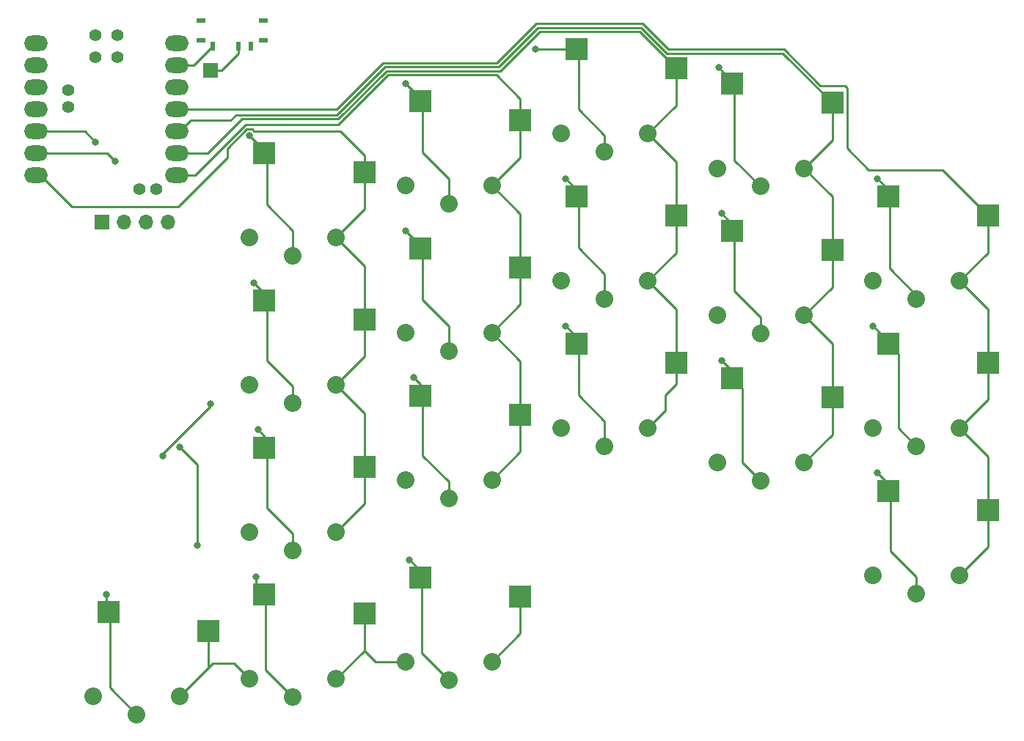
<source format=gbr>
%TF.GenerationSoftware,KiCad,Pcbnew,(7.0.0)*%
%TF.CreationDate,2023-09-04T00:10:10+01:00*%
%TF.ProjectId,Razer36_V2,52617a65-7233-4365-9f56-322e6b696361,rev?*%
%TF.SameCoordinates,Original*%
%TF.FileFunction,Copper,L2,Bot*%
%TF.FilePolarity,Positive*%
%FSLAX46Y46*%
G04 Gerber Fmt 4.6, Leading zero omitted, Abs format (unit mm)*
G04 Created by KiCad (PCBNEW (7.0.0)) date 2023-09-04 00:10:10*
%MOMM*%
%LPD*%
G01*
G04 APERTURE LIST*
%TA.AperFunction,SMDPad,CuDef*%
%ADD10R,2.600000X2.600000*%
%TD*%
%TA.AperFunction,ComponentPad*%
%ADD11C,2.032000*%
%TD*%
%TA.AperFunction,ComponentPad*%
%ADD12O,2.750000X1.800000*%
%TD*%
%TA.AperFunction,ComponentPad*%
%ADD13C,1.397000*%
%TD*%
%TA.AperFunction,ComponentPad*%
%ADD14R,1.700000X1.700000*%
%TD*%
%TA.AperFunction,ComponentPad*%
%ADD15O,1.700000X1.700000*%
%TD*%
%TA.AperFunction,SMDPad,CuDef*%
%ADD16R,1.100000X0.600000*%
%TD*%
%TA.AperFunction,SMDPad,CuDef*%
%ADD17R,1.000000X0.600000*%
%TD*%
%TA.AperFunction,SMDPad,CuDef*%
%ADD18R,0.600000X1.000000*%
%TD*%
%TA.AperFunction,ViaPad*%
%ADD19C,0.800000*%
%TD*%
%TA.AperFunction,Conductor*%
%ADD20C,0.250000*%
%TD*%
G04 APERTURE END LIST*
D10*
%TO.P,Sw4,1,NE*%
%TO.N,Net-(D4-A)*%
X132724999Y-82049999D03*
D11*
X136000000Y-93900000D03*
%TO.P,Sw4,2,SW*%
%TO.N,col3*%
X131000000Y-91800000D03*
X141000000Y-91800000D03*
D10*
X144274999Y-84249999D03*
%TD*%
%TO.P,Sw17,1,NE*%
%TO.N,Net-(D17-A)*%
X150724999Y-120049999D03*
D11*
X154000000Y-131900000D03*
%TO.P,Sw17,2,NW*%
%TO.N,col4*%
X149000000Y-129800000D03*
X159000000Y-129800000D03*
D10*
X162274999Y-122249999D03*
%TD*%
%TO.P,Sw15,1,NE*%
%TO.N,Net-(D15-A)*%
X114724999Y-122049999D03*
D11*
X118000000Y-133900000D03*
%TO.P,Sw15,2,NW*%
%TO.N,col2*%
X113000000Y-131800000D03*
X123000000Y-131800000D03*
D10*
X126274999Y-124249999D03*
%TD*%
D12*
%TO.P,U1,1,A2/0.02_H*%
%TO.N,row0*%
X70404999Y-81379999D03*
%TO.P,U1,2,A4/0.03_H*%
%TO.N,row1*%
X70404999Y-83919999D03*
%TO.P,U1,3,A10/0.28*%
%TO.N,row2*%
X70404999Y-86459999D03*
%TO.P,U1,4,A11/0.29*%
%TO.N,col0*%
X70404999Y-88999999D03*
%TO.P,U1,5,A8_SDA/0.04_H*%
%TO.N,Net-(J1-Pin_1)*%
X70404999Y-91539999D03*
%TO.P,U1,6,A9_SCL/0.05_H*%
%TO.N,Net-(J1-Pin_2)*%
X70404999Y-94079999D03*
%TO.P,U1,7,B8_TX/1.11*%
%TO.N,col1*%
X70404999Y-96619999D03*
%TO.P,U1,8,B9_RX/1.12*%
%TO.N,col2*%
X86594999Y-96619999D03*
%TO.P,U1,9,A7_SCK/1.13*%
%TO.N,col3*%
X86594999Y-94079999D03*
%TO.P,U1,10,A5_MISO/1.14*%
%TO.N,col4*%
X86594999Y-91539999D03*
%TO.P,U1,11,A6_MOSI/1.15*%
%TO.N,col5*%
X86594999Y-88999999D03*
%TO.P,U1,12,3V3*%
%TO.N,Net-(J1-Pin_4)*%
X86594999Y-86459999D03*
%TO.P,U1,13,GND*%
%TO.N,Net-(J1-Pin_3)*%
X86594999Y-83919999D03*
%TO.P,U1,14,5V*%
%TO.N,unconnected-(U1-5V-Pad14)*%
X86594999Y-81379999D03*
D13*
%TO.P,U1,15,A31_SWDIO*%
%TO.N,unconnected-(U1-A31_SWDIO-Pad15)*%
X77230000Y-80428000D03*
%TO.P,U1,16,A30_SWCLK*%
%TO.N,unconnected-(U1-A30_SWCLK-Pad16)*%
X79770000Y-80428000D03*
%TO.P,U1,17,RESET*%
%TO.N,unconnected-(U1-RESET-Pad17)*%
X77230000Y-82968000D03*
%TO.P,U1,18,GND*%
%TO.N,unconnected-(U1-GND-Pad18)*%
X79770000Y-82968000D03*
%TO.P,U1,19,BAT*%
%TO.N,unconnected-(U1-BAT-Pad19)*%
X74055000Y-88683000D03*
%TO.P,U1,20,GND*%
%TO.N,unconnected-(U1-GND-Pad20)*%
X74055000Y-86778000D03*
%TO.P,U1,21,NFC1/0.09_H*%
%TO.N,unconnected-(U1-NFC1{slash}0.09_H-Pad21)*%
X82310000Y-98208000D03*
%TO.P,U1,22,NFC2/0.10_H*%
%TO.N,unconnected-(U1-NFC2{slash}0.10_H-Pad22)*%
X84215000Y-98208000D03*
%TD*%
D14*
%TO.P,J1,1,Pin_1*%
%TO.N,Net-(J1-Pin_1)*%
X77999999Y-101999999D03*
D15*
%TO.P,J1,2,Pin_2*%
%TO.N,Net-(J1-Pin_2)*%
X80539999Y-101999999D03*
%TO.P,J1,3,Pin_3*%
%TO.N,Net-(J1-Pin_3)*%
X83079999Y-101999999D03*
%TO.P,J1,4,Pin_4*%
%TO.N,Net-(J1-Pin_4)*%
X85619999Y-101999999D03*
%TD*%
D10*
%TO.P,Sw16,1,NE*%
%TO.N,Net-(D16-A)*%
X132724999Y-116049999D03*
D11*
X136000000Y-127900000D03*
%TO.P,Sw16,2,NW*%
%TO.N,col3*%
X131000000Y-125800000D03*
X141000000Y-125800000D03*
D10*
X144274999Y-118249999D03*
%TD*%
%TO.P,Sw9,1,NE*%
%TO.N,Net-(D9-A)*%
X114724999Y-105049999D03*
D11*
X118000000Y-116900000D03*
%TO.P,Sw9,2,NW*%
%TO.N,col2*%
X113000000Y-114800000D03*
X123000000Y-114800000D03*
D10*
X126274999Y-107249999D03*
%TD*%
%TO.P,Sw1,1,NE*%
%TO.N,Net-(D1-A)*%
X78724999Y-147049999D03*
D11*
X82000000Y-158900000D03*
%TO.P,Sw1,2,SW*%
%TO.N,col0*%
X77000000Y-156800000D03*
X87000000Y-156800000D03*
D10*
X90274999Y-149249999D03*
%TD*%
%TO.P,Sw10,1,NE*%
%TO.N,Net-(D10-A)*%
X132724999Y-99049999D03*
D11*
X136000000Y-110900000D03*
%TO.P,Sw10,2,NW*%
%TO.N,col3*%
X131000000Y-108800000D03*
X141000000Y-108800000D03*
D10*
X144274999Y-101249999D03*
%TD*%
%TO.P,Sw5,1,NE*%
%TO.N,Net-(D5-A)*%
X150724999Y-86049999D03*
D11*
X154000000Y-97900000D03*
%TO.P,Sw5,2,SW*%
%TO.N,col4*%
X149000000Y-95800000D03*
X159000000Y-95800000D03*
D10*
X162274999Y-88249999D03*
%TD*%
D14*
%TO.P,J3,1,Pin_1*%
%TO.N,/Bat_Gnd*%
X90499999Y-84499999D03*
%TD*%
D10*
%TO.P,Sw6,1,NE*%
%TO.N,Net-(D6-A)*%
X168724999Y-99049999D03*
D11*
X172000000Y-110900000D03*
%TO.P,Sw6,2,SW*%
%TO.N,col5*%
X167000000Y-108800000D03*
X177000000Y-108800000D03*
D10*
X180274999Y-101249999D03*
%TD*%
%TO.P,Sw3,1,NE*%
%TO.N,Net-(D3-A)*%
X114724999Y-88049999D03*
D11*
X118000000Y-99900000D03*
%TO.P,Sw3,2,SW*%
%TO.N,col2*%
X113000000Y-97800000D03*
X123000000Y-97800000D03*
D10*
X126274999Y-90249999D03*
%TD*%
%TO.P,Sw11,1,NE*%
%TO.N,Net-(D11-A)*%
X150724999Y-103049999D03*
D11*
X154000000Y-114900000D03*
%TO.P,Sw11,2,NW*%
%TO.N,col4*%
X149000000Y-112800000D03*
X159000000Y-112800000D03*
D10*
X162274999Y-105249999D03*
%TD*%
%TO.P,Sw2,1,NE*%
%TO.N,Net-(D2-A)*%
X96724999Y-94049999D03*
D11*
X100000000Y-105900000D03*
%TO.P,Sw2,2,SW*%
%TO.N,col1*%
X95000000Y-103800000D03*
X105000000Y-103800000D03*
D10*
X108274999Y-96249999D03*
%TD*%
%TO.P,Sw13,1,NE*%
%TO.N,Net-(D13-A)*%
X114724999Y-143049999D03*
D11*
X118000000Y-154900000D03*
%TO.P,Sw13,2,NW*%
%TO.N,col0*%
X113000000Y-152800000D03*
X123000000Y-152800000D03*
D10*
X126274999Y-145249999D03*
%TD*%
%TO.P,Sw7,1,NE*%
%TO.N,Net-(D7-A)*%
X96724999Y-145049999D03*
D11*
X100000000Y-156900000D03*
%TO.P,Sw7,2,NW*%
%TO.N,col0*%
X95000000Y-154800000D03*
X105000000Y-154800000D03*
D10*
X108274999Y-147249999D03*
%TD*%
%TO.P,Sw14,1,NE*%
%TO.N,Net-(D14-A)*%
X96724999Y-128049999D03*
D11*
X100000000Y-139900000D03*
%TO.P,Sw14,2,NW*%
%TO.N,col1*%
X95000000Y-137800000D03*
X105000000Y-137800000D03*
D10*
X108274999Y-130249999D03*
%TD*%
%TO.P,Sw12,1,NE*%
%TO.N,Net-(D12-A)*%
X168724999Y-116049999D03*
D11*
X172000000Y-127900000D03*
%TO.P,Sw12,2,SW*%
%TO.N,col5*%
X167000000Y-125800000D03*
X177000000Y-125800000D03*
D10*
X180274999Y-118249999D03*
%TD*%
%TO.P,Sw8,1,NE*%
%TO.N,Net-(D8-A)*%
X96724999Y-111049999D03*
D11*
X100000000Y-122900000D03*
%TO.P,Sw8,2,SW*%
%TO.N,col1*%
X95000000Y-120800000D03*
X105000000Y-120800000D03*
D10*
X108274999Y-113249999D03*
%TD*%
%TO.P,Sw18,1,NE*%
%TO.N,Net-(D18-A)*%
X168724999Y-133049999D03*
D11*
X172000000Y-144900000D03*
%TO.P,Sw18,2,SW*%
%TO.N,col5*%
X167000000Y-142800000D03*
X177000000Y-142800000D03*
D10*
X180274999Y-135249999D03*
%TD*%
D16*
%TO.P,PWR2,*%
%TO.N,*%
X96599999Y-78706999D03*
D17*
X89399999Y-78706999D03*
X96599999Y-80992999D03*
D16*
X89399999Y-80992999D03*
D18*
%TO.P,PWR2,1,A*%
%TO.N,Net-(J1-Pin_3)*%
X90799999Y-81699999D03*
%TO.P,PWR2,2,B*%
%TO.N,/Bat_Gnd*%
X93699999Y-81699999D03*
%TO.P,PWR2,3,C*%
%TO.N,unconnected-(PWR2-C-Pad3)*%
X95199999Y-81699999D03*
%TD*%
D19*
%TO.N,Net-(D1-A)*%
X78500000Y-145000000D03*
%TO.N,Net-(D2-A)*%
X95000000Y-92000000D03*
%TO.N,Net-(D3-A)*%
X113000000Y-86000000D03*
%TO.N,Net-(D4-A)*%
X128000000Y-82000000D03*
%TO.N,Net-(D5-A)*%
X149175479Y-84175479D03*
%TO.N,Net-(D6-A)*%
X167500000Y-97000000D03*
%TO.N,Net-(D10-K)*%
X89000000Y-139350000D03*
X87000000Y-128000000D03*
%TO.N,Net-(D7-A)*%
X95750000Y-143000000D03*
%TO.N,Net-(D8-A)*%
X95500000Y-109000000D03*
%TO.N,Net-(D9-A)*%
X113000000Y-103000000D03*
%TO.N,Net-(D10-A)*%
X131500000Y-97000000D03*
%TO.N,Net-(D11-A)*%
X149500000Y-101000000D03*
%TO.N,Net-(D12-A)*%
X167000000Y-114000000D03*
%TO.N,Net-(D13-K)*%
X85000000Y-129000000D03*
X90500000Y-123000000D03*
%TO.N,Net-(D13-A)*%
X113500000Y-141000000D03*
%TO.N,Net-(D14-A)*%
X96000000Y-126000000D03*
%TO.N,Net-(D15-A)*%
X114000000Y-120000000D03*
%TO.N,Net-(D16-A)*%
X131500000Y-114000000D03*
%TO.N,Net-(D17-A)*%
X149500000Y-118000000D03*
%TO.N,Net-(D18-A)*%
X167500000Y-131000000D03*
%TO.N,Net-(J1-Pin_1)*%
X77250000Y-92750000D03*
%TO.N,Net-(J1-Pin_2)*%
X79500000Y-95000000D03*
%TD*%
D20*
%TO.N,col0*%
X108275000Y-151525000D02*
X108275000Y-147250000D01*
X123000000Y-152800000D02*
X126275000Y-149525000D01*
X95000000Y-154800000D02*
X93200000Y-153000000D01*
X113000000Y-152800000D02*
X109550000Y-152800000D01*
X126275000Y-149525000D02*
X126275000Y-145250000D01*
X90800000Y-153000000D02*
X90275000Y-153525000D01*
X93200000Y-153000000D02*
X90800000Y-153000000D01*
X105000000Y-154800000D02*
X108275000Y-151525000D01*
X109550000Y-152800000D02*
X108275000Y-151525000D01*
X87000000Y-156800000D02*
X90275000Y-153525000D01*
X90275000Y-153525000D02*
X90275000Y-149250000D01*
%TO.N,col1*%
X95300305Y-91275000D02*
X94699695Y-91275000D01*
X105000000Y-137800000D02*
X108275000Y-134525000D01*
X94699695Y-91275000D02*
X92450000Y-93524694D01*
X105000000Y-103800000D02*
X108275000Y-100525000D01*
X86750000Y-100250000D02*
X74510000Y-100250000D01*
X92450000Y-94550000D02*
X86750000Y-100250000D01*
X108275000Y-107075000D02*
X105000000Y-103800000D01*
X108275000Y-96250000D02*
X108275000Y-94275000D01*
X108275000Y-124075000D02*
X105000000Y-120800000D01*
X108275000Y-130250000D02*
X108275000Y-124075000D01*
X105500000Y-91500000D02*
X95525305Y-91500000D01*
X92450000Y-93524694D02*
X92450000Y-94550000D01*
X108275000Y-94275000D02*
X105500000Y-91500000D01*
X108275000Y-134525000D02*
X108275000Y-130250000D01*
X74510000Y-100250000D02*
X70880000Y-96620000D01*
X95525305Y-91500000D02*
X95300305Y-91275000D01*
X105000000Y-120800000D02*
X108275000Y-117525000D01*
X108275000Y-117525000D02*
X108275000Y-113250000D01*
X108275000Y-113250000D02*
X108275000Y-107075000D01*
X108275000Y-100525000D02*
X108275000Y-96250000D01*
%TO.N,col2*%
X94588299Y-90750000D02*
X88718299Y-96620000D01*
X126275000Y-94525000D02*
X126275000Y-90250000D01*
X123000000Y-97800000D02*
X126275000Y-94525000D01*
X123500000Y-85000000D02*
X111000000Y-85000000D01*
X126275000Y-107250000D02*
X126275000Y-101075000D01*
X126275000Y-124250000D02*
X126275000Y-118075000D01*
X126275000Y-101075000D02*
X123000000Y-97800000D01*
X126275000Y-87775000D02*
X123500000Y-85000000D01*
X105250000Y-90750000D02*
X94588299Y-90750000D01*
X126275000Y-111525000D02*
X126275000Y-107250000D01*
X123000000Y-131800000D02*
X126275000Y-128525000D01*
X111000000Y-85000000D02*
X105250000Y-90750000D01*
X88718299Y-96620000D02*
X86120000Y-96620000D01*
X126275000Y-90250000D02*
X126275000Y-87775000D01*
X126275000Y-118075000D02*
X123000000Y-114800000D01*
X123000000Y-114800000D02*
X126275000Y-111525000D01*
X126275000Y-128525000D02*
X126275000Y-124250000D01*
%TO.N,col3*%
X105263322Y-90100960D02*
X110813803Y-84550480D01*
X143000000Y-122000000D02*
X144275000Y-120725000D01*
X144275000Y-105525000D02*
X144275000Y-101250000D01*
X144275000Y-101250000D02*
X144275000Y-95075000D01*
X144275000Y-120725000D02*
X144275000Y-118250000D01*
X140025000Y-80000000D02*
X144275000Y-84250000D01*
X94149040Y-90100960D02*
X105263322Y-90100960D01*
X144275000Y-118250000D02*
X144275000Y-112075000D01*
X123949520Y-84550480D02*
X128500000Y-80000000D01*
X90170000Y-94080000D02*
X94149040Y-90100960D01*
X141000000Y-125800000D02*
X143000000Y-123800000D01*
X144275000Y-88525000D02*
X144275000Y-84250000D01*
X144275000Y-112075000D02*
X141000000Y-108800000D01*
X144275000Y-95075000D02*
X141000000Y-91800000D01*
X141000000Y-91800000D02*
X144275000Y-88525000D01*
X128500000Y-80000000D02*
X140025000Y-80000000D01*
X110813803Y-84550480D02*
X123949520Y-84550480D01*
X143000000Y-123800000D02*
X143000000Y-122000000D01*
X141000000Y-108800000D02*
X144275000Y-105525000D01*
X86120000Y-94080000D02*
X90170000Y-94080000D01*
%TO.N,col4*%
X123763322Y-84100960D02*
X128313802Y-79550480D01*
X162275000Y-92525000D02*
X162275000Y-88250000D01*
X93441409Y-89651440D02*
X105077124Y-89651440D01*
X159000000Y-129800000D02*
X162275000Y-126525000D01*
X140211197Y-79550480D02*
X143160718Y-82500000D01*
X162275000Y-99075000D02*
X159000000Y-95800000D01*
X105077124Y-89651440D02*
X110627606Y-84100960D01*
X88250000Y-90250000D02*
X92842849Y-90250000D01*
X162275000Y-105250000D02*
X162275000Y-99075000D01*
X92842849Y-90250000D02*
X93441409Y-89651440D01*
X162275000Y-116075000D02*
X159000000Y-112800000D01*
X156525000Y-82500000D02*
X162275000Y-88250000D01*
X159000000Y-112800000D02*
X162275000Y-109525000D01*
X162275000Y-126525000D02*
X162275000Y-122250000D01*
X86960000Y-91540000D02*
X88250000Y-90250000D01*
X86120000Y-91540000D02*
X86960000Y-91540000D01*
X162275000Y-122250000D02*
X162275000Y-116075000D01*
X162275000Y-109525000D02*
X162275000Y-105250000D01*
X128313802Y-79550480D02*
X140211197Y-79550480D01*
X159000000Y-95800000D02*
X162275000Y-92525000D01*
X143160718Y-82500000D02*
X156525000Y-82500000D01*
X110627606Y-84100960D02*
X123763322Y-84100960D01*
%TO.N,col5*%
X156711396Y-82050000D02*
X143346434Y-82050000D01*
X180275000Y-122525000D02*
X180275000Y-118250000D01*
X110441406Y-83651440D02*
X105092846Y-89000000D01*
X143346434Y-82050000D02*
X140397394Y-79100960D01*
X180275000Y-118250000D02*
X180275000Y-112075000D01*
X180275000Y-129075000D02*
X177000000Y-125800000D01*
X177000000Y-125800000D02*
X180275000Y-122525000D01*
X180275000Y-139525000D02*
X180275000Y-135250000D01*
X105092846Y-89000000D02*
X86120000Y-89000000D01*
X164000000Y-93500000D02*
X164000000Y-86500000D01*
X123577124Y-83651440D02*
X110441406Y-83651440D01*
X180275000Y-135250000D02*
X180275000Y-129075000D01*
X177000000Y-108800000D02*
X180275000Y-105525000D01*
X180275000Y-101250000D02*
X180250000Y-101250000D01*
X166500000Y-96000000D02*
X164000000Y-93500000D01*
X180250000Y-101250000D02*
X175000000Y-96000000D01*
X164000000Y-86500000D02*
X163750000Y-86250000D01*
X177000000Y-142800000D02*
X180275000Y-139525000D01*
X140397394Y-79100960D02*
X128127604Y-79100960D01*
X175000000Y-96000000D02*
X166500000Y-96000000D01*
X180275000Y-112075000D02*
X177000000Y-108800000D01*
X160911396Y-86250000D02*
X156711396Y-82050000D01*
X163750000Y-86250000D02*
X160911396Y-86250000D01*
X180275000Y-105525000D02*
X180275000Y-101250000D01*
X128127604Y-79100960D02*
X123577124Y-83651440D01*
%TO.N,Net-(D1-A)*%
X78500000Y-145000000D02*
X78500000Y-146825000D01*
X78500000Y-146825000D02*
X78725000Y-147050000D01*
X78725000Y-147050000D02*
X78874521Y-147199521D01*
X78874521Y-147199521D02*
X78874521Y-155774521D01*
X78874521Y-155774521D02*
X82000000Y-158900000D01*
%TO.N,Net-(D2-A)*%
X100000000Y-103000000D02*
X97000000Y-100000000D01*
X96725000Y-93725000D02*
X95000000Y-92000000D01*
X97000000Y-94325000D02*
X96725000Y-94050000D01*
X100000000Y-105900000D02*
X100000000Y-103000000D01*
X96725000Y-94050000D02*
X96725000Y-93725000D01*
X97000000Y-100000000D02*
X97000000Y-94325000D01*
%TO.N,/Bat_Gnd*%
X91750000Y-84500000D02*
X93700000Y-82550000D01*
X90500000Y-84500000D02*
X91750000Y-84500000D01*
X93700000Y-82550000D02*
X93700000Y-81700000D01*
%TO.N,Net-(D3-A)*%
X118000000Y-97000000D02*
X115000000Y-94000000D01*
X115000000Y-88325000D02*
X114725000Y-88050000D01*
X114725000Y-88050000D02*
X114725000Y-87725000D01*
X114725000Y-87725000D02*
X113000000Y-86000000D01*
X118000000Y-99900000D02*
X118000000Y-97000000D01*
X115000000Y-94000000D02*
X115000000Y-88325000D01*
%TO.N,Net-(D4-A)*%
X128000000Y-82000000D02*
X128050000Y-82050000D01*
X133000000Y-89000000D02*
X133000000Y-82325000D01*
X128050000Y-82050000D02*
X132725000Y-82050000D01*
X133000000Y-82325000D02*
X132725000Y-82050000D01*
X136000000Y-93900000D02*
X136000000Y-92000000D01*
X136000000Y-92000000D02*
X133000000Y-89000000D01*
%TO.N,Net-(D5-A)*%
X151000000Y-94900000D02*
X151000000Y-86325000D01*
X151000000Y-86325000D02*
X150725000Y-86050000D01*
X154000000Y-97900000D02*
X151000000Y-94900000D01*
X150725000Y-85725000D02*
X149175479Y-84175479D01*
X150725000Y-86050000D02*
X150725000Y-85725000D01*
%TO.N,Net-(D6-A)*%
X168874521Y-107374521D02*
X168874521Y-99199521D01*
X168725000Y-99050000D02*
X168725000Y-98225000D01*
X172000000Y-110500000D02*
X168874521Y-107374521D01*
X168725000Y-98225000D02*
X167500000Y-97000000D01*
X172000000Y-110900000D02*
X172000000Y-110500000D01*
X168874521Y-99199521D02*
X168725000Y-99050000D01*
%TO.N,Net-(D10-K)*%
X87000000Y-128000000D02*
X89000000Y-130000000D01*
X89000000Y-130000000D02*
X89000000Y-139350000D01*
%TO.N,Net-(D7-A)*%
X95750000Y-143000000D02*
X95750000Y-144075000D01*
X96874521Y-153774521D02*
X96875000Y-153774042D01*
X95750000Y-144075000D02*
X96725000Y-145050000D01*
X96875000Y-145200000D02*
X96725000Y-145050000D01*
X100000000Y-156900000D02*
X96874521Y-153774521D01*
X96875000Y-153774042D02*
X96875000Y-145200000D01*
%TO.N,Net-(D8-A)*%
X97000000Y-111325000D02*
X96725000Y-111050000D01*
X100000000Y-121000000D02*
X97000000Y-118000000D01*
X96725000Y-110225000D02*
X95500000Y-109000000D01*
X97000000Y-118000000D02*
X97000000Y-111325000D01*
X100000000Y-122900000D02*
X100000000Y-121000000D01*
X96725000Y-111050000D02*
X96725000Y-110225000D01*
%TO.N,Net-(D9-A)*%
X114725000Y-105050000D02*
X114725000Y-104725000D01*
X115000000Y-105325000D02*
X114725000Y-105050000D01*
X118000000Y-116900000D02*
X118000000Y-114000000D01*
X114725000Y-104725000D02*
X113000000Y-103000000D01*
X115000000Y-111000000D02*
X115000000Y-105325000D01*
X118000000Y-114000000D02*
X115000000Y-111000000D01*
%TO.N,Net-(D10-A)*%
X133000000Y-105000000D02*
X133000000Y-99325000D01*
X136000000Y-108000000D02*
X133000000Y-105000000D01*
X132725000Y-99050000D02*
X132725000Y-98225000D01*
X133000000Y-99325000D02*
X132725000Y-99050000D01*
X132725000Y-98225000D02*
X131500000Y-97000000D01*
X136000000Y-110900000D02*
X136000000Y-108000000D01*
%TO.N,Net-(D11-A)*%
X150725000Y-103050000D02*
X150725000Y-102225000D01*
X150725000Y-102225000D02*
X149500000Y-101000000D01*
X151000000Y-103325000D02*
X150725000Y-103050000D01*
X154000000Y-114900000D02*
X154000000Y-113000000D01*
X154000000Y-113000000D02*
X151000000Y-110000000D01*
X151000000Y-110000000D02*
X151000000Y-103325000D01*
%TO.N,Net-(D12-A)*%
X172000000Y-127900000D02*
X169910979Y-125810979D01*
X168725000Y-115725000D02*
X167000000Y-114000000D01*
X169910979Y-125810979D02*
X169910979Y-117235979D01*
X168725000Y-116050000D02*
X168725000Y-115725000D01*
X169910979Y-117235979D02*
X168725000Y-116050000D01*
%TO.N,Net-(D13-K)*%
X90500000Y-123000000D02*
X90500000Y-123250000D01*
X85000000Y-128750000D02*
X85000000Y-129000000D01*
X90500000Y-123250000D02*
X85000000Y-128750000D01*
%TO.N,Net-(D13-A)*%
X114725000Y-143050000D02*
X114874521Y-143199521D01*
X114874521Y-151774521D02*
X118000000Y-154900000D01*
X114725000Y-142225000D02*
X113500000Y-141000000D01*
X114874521Y-143199521D02*
X114874521Y-151774521D01*
X114725000Y-143050000D02*
X114725000Y-142225000D01*
%TO.N,Net-(D14-A)*%
X96725000Y-128050000D02*
X96725000Y-126725000D01*
X96725000Y-126725000D02*
X96000000Y-126000000D01*
X97000000Y-135000000D02*
X97000000Y-128325000D01*
X100000000Y-138000000D02*
X97000000Y-135000000D01*
X100000000Y-139900000D02*
X100000000Y-138000000D01*
X97000000Y-128325000D02*
X96725000Y-128050000D01*
%TO.N,Net-(D15-A)*%
X114725000Y-120725000D02*
X114000000Y-120000000D01*
X114725000Y-122050000D02*
X114725000Y-120725000D01*
X118000000Y-133900000D02*
X118000000Y-132000000D01*
X115000000Y-122325000D02*
X114725000Y-122050000D01*
X118000000Y-132000000D02*
X115000000Y-129000000D01*
X115000000Y-129000000D02*
X115000000Y-122325000D01*
%TO.N,Net-(D16-A)*%
X133000000Y-122000000D02*
X133000000Y-116325000D01*
X136000000Y-125000000D02*
X133000000Y-122000000D01*
X131500000Y-114000000D02*
X132725000Y-115225000D01*
X132725000Y-115225000D02*
X132725000Y-116050000D01*
X136000000Y-127900000D02*
X136000000Y-125000000D01*
X133000000Y-116325000D02*
X132725000Y-116050000D01*
%TO.N,Net-(D17-A)*%
X151910979Y-121235979D02*
X150725000Y-120050000D01*
X154000000Y-131900000D02*
X151910979Y-129810979D01*
X150725000Y-119225000D02*
X149500000Y-118000000D01*
X151910979Y-129810979D02*
X151910979Y-121235979D01*
X150725000Y-120050000D02*
X150725000Y-119225000D01*
%TO.N,Net-(D18-A)*%
X172000000Y-143000000D02*
X169000000Y-140000000D01*
X169000000Y-133325000D02*
X168725000Y-133050000D01*
X168725000Y-132225000D02*
X167500000Y-131000000D01*
X172000000Y-144900000D02*
X172000000Y-143000000D01*
X169000000Y-140000000D02*
X169000000Y-133325000D01*
X168725000Y-133050000D02*
X168725000Y-132225000D01*
%TO.N,Net-(J1-Pin_1)*%
X77250000Y-92750000D02*
X76040000Y-91540000D01*
X76040000Y-91540000D02*
X70880000Y-91540000D01*
%TO.N,Net-(J1-Pin_2)*%
X79500000Y-95000000D02*
X78580000Y-94080000D01*
X78580000Y-94080000D02*
X70880000Y-94080000D01*
%TO.N,Net-(J1-Pin_3)*%
X88580000Y-83920000D02*
X90800000Y-81700000D01*
X86120000Y-83920000D02*
X88580000Y-83920000D01*
%TD*%
M02*

</source>
